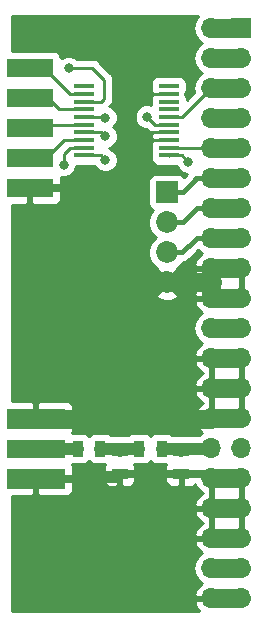
<source format=gtl>
G04 #@! TF.GenerationSoftware,KiCad,Pcbnew,5.0.2-bee76a0~70~ubuntu16.04.1*
G04 #@! TF.CreationDate,2019-12-01T18:04:24-08:00*
G04 #@! TF.ProjectId,io_jumper,696f5f6a-756d-4706-9572-2e6b69636164,1.0*
G04 #@! TF.SameCoordinates,PX7471920PY2d4cae0*
G04 #@! TF.FileFunction,Copper,L1,Top*
G04 #@! TF.FilePolarity,Positive*
%FSLAX46Y46*%
G04 Gerber Fmt 4.6, Leading zero omitted, Abs format (unit mm)*
G04 Created by KiCad (PCBNEW 5.0.2-bee76a0~70~ubuntu16.04.1) date Sun 01 Dec 2019 06:04:24 PM PST*
%MOMM*%
%LPD*%
G01*
G04 APERTURE LIST*
G04 #@! TA.AperFunction,ComponentPad*
%ADD10R,1.700000X1.700000*%
G04 #@! TD*
G04 #@! TA.AperFunction,ComponentPad*
%ADD11O,1.700000X1.700000*%
G04 #@! TD*
G04 #@! TA.AperFunction,SMDPad,CuDef*
%ADD12R,4.000000X1.600000*%
G04 #@! TD*
G04 #@! TA.AperFunction,SMDPad,CuDef*
%ADD13R,1.750000X0.450000*%
G04 #@! TD*
G04 #@! TA.AperFunction,SMDPad,CuDef*
%ADD14R,0.889000X1.397000*%
G04 #@! TD*
G04 #@! TA.AperFunction,SMDPad,CuDef*
%ADD15R,1.397000X0.889000*%
G04 #@! TD*
G04 #@! TA.AperFunction,SMDPad,CuDef*
%ADD16R,5.000000X1.600000*%
G04 #@! TD*
G04 #@! TA.AperFunction,SMDPad,CuDef*
%ADD17R,5.000000X1.700000*%
G04 #@! TD*
G04 #@! TA.AperFunction,ComponentPad*
%ADD18R,1.850000X1.850000*%
G04 #@! TD*
G04 #@! TA.AperFunction,ComponentPad*
%ADD19C,1.850000*%
G04 #@! TD*
G04 #@! TA.AperFunction,ViaPad*
%ADD20C,0.800000*%
G04 #@! TD*
G04 #@! TA.AperFunction,Conductor*
%ADD21C,0.250000*%
G04 #@! TD*
G04 #@! TA.AperFunction,Conductor*
%ADD22C,1.600000*%
G04 #@! TD*
G04 #@! TA.AperFunction,Conductor*
%ADD23C,0.400000*%
G04 #@! TD*
G04 #@! TA.AperFunction,Conductor*
%ADD24C,0.700000*%
G04 #@! TD*
G04 #@! TA.AperFunction,Conductor*
%ADD25C,1.000000*%
G04 #@! TD*
G04 #@! TA.AperFunction,Conductor*
%ADD26C,0.254000*%
G04 #@! TD*
G04 APERTURE END LIST*
D10*
G04 #@! TO.P,P1,1*
G04 #@! TO.N,Net-(P1-Pad1)*
X20100000Y-1700000D03*
D11*
G04 #@! TO.P,P1,2*
X17560000Y-1700000D03*
G04 #@! TO.P,P1,3*
G04 #@! TO.N,Net-(P1-Pad3)*
X20100000Y-4240000D03*
G04 #@! TO.P,P1,4*
X17560000Y-4240000D03*
G04 #@! TO.P,P1,5*
G04 #@! TO.N,VCC*
X20100000Y-6780000D03*
G04 #@! TO.P,P1,6*
X17560000Y-6780000D03*
G04 #@! TO.P,P1,7*
G04 #@! TO.N,Net-(P1-Pad7)*
X20100000Y-9320000D03*
G04 #@! TO.P,P1,8*
X17560000Y-9320000D03*
G04 #@! TO.P,P1,9*
G04 #@! TO.N,Net-(P1-Pad10)*
X20100000Y-11860000D03*
G04 #@! TO.P,P1,10*
X17560000Y-11860000D03*
G04 #@! TO.P,P1,11*
G04 #@! TO.N,Net-(DB2-Pad1)*
X20100000Y-14400000D03*
G04 #@! TO.P,P1,12*
X17560000Y-14400000D03*
G04 #@! TO.P,P1,13*
G04 #@! TO.N,Net-(DB2-Pad2)*
X20100000Y-16940000D03*
G04 #@! TO.P,P1,14*
X17560000Y-16940000D03*
G04 #@! TO.P,P1,15*
G04 #@! TO.N,Net-(DB2-Pad3)*
X20100000Y-19480000D03*
G04 #@! TO.P,P1,16*
X17560000Y-19480000D03*
G04 #@! TO.P,P1,17*
G04 #@! TO.N,GNDS*
X20100000Y-22020000D03*
G04 #@! TO.P,P1,18*
X17560000Y-22020000D03*
G04 #@! TO.P,P1,19*
X20100000Y-24560000D03*
G04 #@! TO.P,P1,20*
X17560000Y-24560000D03*
G04 #@! TO.P,P1,21*
G04 #@! TO.N,Net-(P1-Pad21)*
X20100000Y-27100000D03*
G04 #@! TO.P,P1,22*
X17560000Y-27100000D03*
G04 #@! TO.P,P1,23*
G04 #@! TO.N,GNDS*
X20100000Y-29640000D03*
G04 #@! TO.P,P1,24*
X17560000Y-29640000D03*
G04 #@! TO.P,P1,25*
X20100000Y-32180000D03*
G04 #@! TO.P,P1,26*
X17560000Y-32180000D03*
G04 #@! TO.P,P1,27*
X20100000Y-34720000D03*
G04 #@! TO.P,P1,28*
X17560000Y-34720000D03*
G04 #@! TO.P,P1,29*
G04 #@! TO.N,Net-(P1-Pad29)*
X20100000Y-37260000D03*
G04 #@! TO.P,P1,30*
G04 #@! TO.N,Net-(P1-Pad30)*
X17560000Y-37260000D03*
G04 #@! TO.P,P1,31*
G04 #@! TO.N,GNDS*
X20100000Y-39800000D03*
G04 #@! TO.P,P1,32*
X17560000Y-39800000D03*
G04 #@! TO.P,P1,33*
X20100000Y-42340000D03*
G04 #@! TO.P,P1,34*
X17560000Y-42340000D03*
G04 #@! TO.P,P1,35*
X20100000Y-44880000D03*
G04 #@! TO.P,P1,36*
X17560000Y-44880000D03*
G04 #@! TO.P,P1,37*
G04 #@! TO.N,Net-(P1-Pad37)*
X20100000Y-47420000D03*
G04 #@! TO.P,P1,38*
X17560000Y-47420000D03*
G04 #@! TO.P,P1,39*
G04 #@! TO.N,GNDS*
X20100000Y-49960000D03*
G04 #@! TO.P,P1,40*
X17560000Y-49960000D03*
G04 #@! TD*
D12*
G04 #@! TO.P,DB1,1*
G04 #@! TO.N,Net-(DB1-Pad1)*
X2189539Y-5071021D03*
G04 #@! TO.P,DB1,3*
G04 #@! TO.N,Net-(DB1-Pad3)*
X2189539Y-7611021D03*
G04 #@! TO.P,DB1,5*
G04 #@! TO.N,Net-(DB1-Pad5)*
X2189539Y-10151021D03*
G04 #@! TO.P,DB1,7*
G04 #@! TO.N,Net-(DB1-Pad7)*
X2189539Y-12691021D03*
G04 #@! TO.P,DB1,9*
G04 #@! TO.N,GNDS*
X2189539Y-15231021D03*
G04 #@! TD*
D13*
G04 #@! TO.P,U1,1*
G04 #@! TO.N,Net-(P1-Pad7)*
X13954538Y-12471020D03*
G04 #@! TO.P,U1,2*
G04 #@! TO.N,Net-(P1-Pad10)*
X13954538Y-11821020D03*
G04 #@! TO.P,U1,3*
G04 #@! TO.N,GNDS*
X13954538Y-11171020D03*
G04 #@! TO.P,U1,4*
X13954538Y-10521020D03*
G04 #@! TO.P,U1,5*
G04 #@! TO.N,Net-(J1-Pad1)*
X13954538Y-9871020D03*
G04 #@! TO.P,U1,6*
G04 #@! TO.N,VCC*
X13954538Y-9221020D03*
G04 #@! TO.P,U1,7*
G04 #@! TO.N,Net-(U1-Pad7)*
X13954538Y-8571020D03*
G04 #@! TO.P,U1,8*
G04 #@! TO.N,Net-(U1-Pad8)*
X13954538Y-7921020D03*
G04 #@! TO.P,U1,9*
G04 #@! TO.N,GNDS*
X13954538Y-7271020D03*
G04 #@! TO.P,U1,10*
G04 #@! TO.N,Net-(U1-Pad10)*
X13954538Y-6621020D03*
G04 #@! TO.P,U1,11*
G04 #@! TO.N,Net-(U1-Pad11)*
X6754538Y-6621020D03*
G04 #@! TO.P,U1,12*
G04 #@! TO.N,Net-(DB1-Pad1)*
X6754538Y-7271020D03*
G04 #@! TO.P,U1,13*
G04 #@! TO.N,Net-(DB1-Pad2)*
X6754538Y-7921020D03*
G04 #@! TO.P,U1,14*
G04 #@! TO.N,Net-(DB1-Pad3)*
X6754538Y-8571020D03*
G04 #@! TO.P,U1,15*
G04 #@! TO.N,Net-(DB1-Pad4)*
X6754538Y-9221020D03*
G04 #@! TO.P,U1,16*
G04 #@! TO.N,Net-(DB1-Pad5)*
X6754538Y-9871020D03*
G04 #@! TO.P,U1,17*
G04 #@! TO.N,Net-(DB1-Pad6)*
X6754538Y-10521020D03*
G04 #@! TO.P,U1,18*
G04 #@! TO.N,Net-(DB1-Pad7)*
X6754538Y-11171020D03*
G04 #@! TO.P,U1,19*
G04 #@! TO.N,Net-(DB1-Pad8)*
X6754538Y-11821020D03*
G04 #@! TO.P,U1,20*
G04 #@! TO.N,VCC*
X6754538Y-12471020D03*
G04 #@! TD*
D14*
G04 #@! TO.P,R1,2*
G04 #@! TO.N,Net-(R1-Pad2)*
X6247500Y-37300000D03*
G04 #@! TO.P,R1,1*
G04 #@! TO.N,Net-(R1-Pad1)*
X8152500Y-37300000D03*
G04 #@! TD*
D15*
G04 #@! TO.P,R2,1*
G04 #@! TO.N,Net-(R1-Pad1)*
X9800000Y-37547500D03*
G04 #@! TO.P,R2,2*
G04 #@! TO.N,GNDS*
X9800000Y-39452500D03*
G04 #@! TD*
D14*
G04 #@! TO.P,R3,1*
G04 #@! TO.N,Net-(P1-Pad30)*
X13352500Y-37300000D03*
G04 #@! TO.P,R3,2*
G04 #@! TO.N,Net-(R1-Pad1)*
X11447500Y-37300000D03*
G04 #@! TD*
D15*
G04 #@! TO.P,R4,2*
G04 #@! TO.N,GNDS*
X15000000Y-39452500D03*
G04 #@! TO.P,R4,1*
G04 #@! TO.N,Net-(P1-Pad30)*
X15000000Y-37547500D03*
G04 #@! TD*
D16*
G04 #@! TO.P,RF3,1*
G04 #@! TO.N,Net-(R1-Pad2)*
X2700000Y-37300000D03*
D17*
G04 #@! TO.P,RF3,2*
G04 #@! TO.N,GNDS*
X2700000Y-39840000D03*
X2700000Y-34760000D03*
G04 #@! TD*
D18*
G04 #@! TO.P,DB2,1*
G04 #@! TO.N,Net-(DB2-Pad1)*
X13800000Y-15600000D03*
D19*
G04 #@! TO.P,DB2,2*
G04 #@! TO.N,Net-(DB2-Pad2)*
X13800000Y-18140000D03*
G04 #@! TO.P,DB2,3*
G04 #@! TO.N,Net-(DB2-Pad3)*
X13800000Y-20680000D03*
G04 #@! TO.P,DB2,4*
G04 #@! TO.N,GNDS*
X13800000Y-23220000D03*
G04 #@! TD*
D20*
G04 #@! TO.N,VCC*
X8589539Y-12871021D03*
G04 #@! TO.N,GNDS*
X11700000Y-10800000D03*
X11700000Y-15400000D03*
G04 #@! TO.N,Net-(J1-Pad1)*
X12100000Y-9200000D03*
G04 #@! TO.N,Net-(DB1-Pad2)*
X5489539Y-5071021D03*
G04 #@! TO.N,Net-(DB1-Pad4)*
X8589539Y-9271021D03*
G04 #@! TO.N,Net-(DB1-Pad6)*
X8589539Y-10871021D03*
G04 #@! TO.N,Net-(DB1-Pad8)*
X5089539Y-13271021D03*
G04 #@! TO.N,Net-(P1-Pad7)*
X15600000Y-13000000D03*
G04 #@! TD*
D21*
G04 #@! TO.N,VCC*
X8189538Y-12471020D02*
X8589539Y-12871021D01*
X6754538Y-12471020D02*
X8189538Y-12471020D01*
X15118980Y-9221020D02*
X17560000Y-6780000D01*
X13954538Y-9221020D02*
X15118980Y-9221020D01*
D22*
X17560000Y-6780000D02*
X20100000Y-6780000D01*
G04 #@! TO.N,GNDS*
X20100000Y-22020000D02*
X17560000Y-22020000D01*
D21*
X13954538Y-7271020D02*
X10471020Y-7271020D01*
X10428980Y-11171020D02*
X10400000Y-11200000D01*
D23*
X11700000Y-10800000D02*
X11134315Y-10800000D01*
X11134315Y-10800000D02*
X10500000Y-10800000D01*
D24*
X11700000Y-10800000D02*
X10400000Y-10800000D01*
D21*
X13954538Y-10521020D02*
X11978980Y-10521020D01*
X11978980Y-10521020D02*
X11700000Y-10800000D01*
X13954538Y-11171020D02*
X12071020Y-11171020D01*
X12071020Y-11171020D02*
X11700000Y-10800000D01*
D24*
X2189539Y-15231021D02*
X10331021Y-15231021D01*
X10331021Y-15231021D02*
X10500000Y-15400000D01*
X11700000Y-15400000D02*
X11134315Y-15400000D01*
X11134315Y-15400000D02*
X10600000Y-15400000D01*
D22*
X17560000Y-49960000D02*
X20100000Y-49960000D01*
X17560000Y-44880000D02*
X20100000Y-44880000D01*
X17560000Y-42340000D02*
X20100000Y-42340000D01*
X17560000Y-39800000D02*
X20100000Y-39800000D01*
X17560000Y-34720000D02*
X20100000Y-34720000D01*
X17560000Y-32180000D02*
X20100000Y-32180000D01*
X17560000Y-29640000D02*
X20100000Y-29640000D01*
X17560000Y-24560000D02*
X20100000Y-24560000D01*
X17520000Y-34760000D02*
X17560000Y-34720000D01*
X2700000Y-34760000D02*
X17520000Y-34760000D01*
X4350000Y-39840000D02*
X2700000Y-39840000D01*
D24*
X9412500Y-39840000D02*
X9800000Y-39452500D01*
X2700000Y-39840000D02*
X9412500Y-39840000D01*
X9800000Y-39452500D02*
X15000000Y-39452500D01*
X17212500Y-39452500D02*
X17560000Y-39800000D01*
X15000000Y-39452500D02*
X17212500Y-39452500D01*
D22*
X11520000Y-23220000D02*
X13800000Y-23220000D01*
X10400000Y-22100000D02*
X11520000Y-23220000D01*
X10400000Y-7200000D02*
X10400000Y-22100000D01*
X13800000Y-23220000D02*
X17580000Y-23220000D01*
X17560000Y-23200000D02*
X17560000Y-22020000D01*
X17580000Y-23220000D02*
X17560000Y-23200000D01*
X17560000Y-23357919D02*
X17402081Y-23200000D01*
X17560000Y-24560000D02*
X17560000Y-23357919D01*
X17402081Y-23200000D02*
X17400000Y-23200000D01*
D21*
G04 #@! TO.N,Net-(J1-Pad1)*
X12771020Y-9871020D02*
X12100000Y-9200000D01*
X13954538Y-9871020D02*
X12771020Y-9871020D01*
G04 #@! TO.N,Net-(DB1-Pad1)*
X5589538Y-7271020D02*
X3389539Y-5071021D01*
X6754538Y-7271020D02*
X5589538Y-7271020D01*
X3389539Y-5071021D02*
X2089539Y-5071021D01*
G04 #@! TO.N,Net-(DB1-Pad3)*
X6754538Y-8571020D02*
X5629537Y-8571021D01*
X5629537Y-8571021D02*
X4689539Y-8571021D01*
X4689539Y-8571021D02*
X3789539Y-7671021D01*
X3789539Y-7671021D02*
X2189539Y-7671021D01*
G04 #@! TO.N,Net-(DB1-Pad5)*
X6754538Y-9871020D02*
X2489540Y-9871020D01*
X2489540Y-9871020D02*
X2189539Y-10171021D01*
G04 #@! TO.N,Net-(DB1-Pad7)*
X6754538Y-11171020D02*
X5629537Y-11171021D01*
X5629537Y-11171021D02*
X5089539Y-11171021D01*
X5089539Y-11171021D02*
X3589539Y-12671021D01*
X3589539Y-12671021D02*
X2189539Y-12671021D01*
G04 #@! TO.N,Net-(DB1-Pad2)*
X6754538Y-7921020D02*
X8239540Y-7921020D01*
X8239540Y-7921020D02*
X8489539Y-7671021D01*
X8489539Y-7671021D02*
X8489539Y-6171021D01*
X8489539Y-6171021D02*
X8489539Y-6071021D01*
X8489539Y-6071021D02*
X7489539Y-5071021D01*
X7489539Y-5071021D02*
X5489539Y-5071021D01*
G04 #@! TO.N,Net-(DB1-Pad4)*
X8539538Y-9221020D02*
X8589539Y-9271021D01*
X6754538Y-9221020D02*
X8539538Y-9221020D01*
G04 #@! TO.N,Net-(DB1-Pad6)*
X8239538Y-10521020D02*
X8589539Y-10871021D01*
X6754538Y-10521020D02*
X8239538Y-10521020D01*
G04 #@! TO.N,Net-(DB1-Pad8)*
X5089539Y-12361019D02*
X5089539Y-13271021D01*
X5629538Y-11821020D02*
X5089539Y-12361019D01*
X6754538Y-11821020D02*
X5629538Y-11821020D01*
D25*
G04 #@! TO.N,Net-(R1-Pad2)*
X2700000Y-37300000D02*
X6247500Y-37300000D01*
G04 #@! TO.N,Net-(R1-Pad1)*
X8152500Y-37300000D02*
X9800000Y-37300000D01*
X9800000Y-37300000D02*
X9800000Y-37547500D01*
X9800000Y-37300000D02*
X11447500Y-37300000D01*
G04 #@! TO.N,Net-(P1-Pad30)*
X17520000Y-37300000D02*
X17560000Y-37260000D01*
X15000000Y-37300000D02*
X15000000Y-37547500D01*
X13352500Y-37300000D02*
X15000000Y-37300000D01*
X15000000Y-37300000D02*
X17520000Y-37300000D01*
D21*
G04 #@! TO.N,Net-(P1-Pad7)*
X14014539Y-12531021D02*
X13954538Y-12471020D01*
X15071020Y-12471020D02*
X15600000Y-13000000D01*
X13954538Y-12471020D02*
X15071020Y-12471020D01*
D22*
X17560000Y-9320000D02*
X20100000Y-9320000D01*
D21*
G04 #@! TO.N,Net-(P1-Pad10)*
X17521020Y-11821020D02*
X17560000Y-11860000D01*
X13954538Y-11821020D02*
X17521020Y-11821020D01*
D22*
X17560000Y-11860000D02*
X20100000Y-11860000D01*
G04 #@! TO.N,Net-(P1-Pad1)*
X17560000Y-1700000D02*
X20100000Y-1700000D01*
G04 #@! TO.N,Net-(P1-Pad3)*
X17560000Y-4240000D02*
X20100000Y-4240000D01*
G04 #@! TO.N,Net-(DB2-Pad1)*
X17560000Y-14400000D02*
X20100000Y-14400000D01*
G04 #@! TO.N,Net-(DB2-Pad2)*
X17560000Y-16940000D02*
X20100000Y-16940000D01*
G04 #@! TO.N,Net-(DB2-Pad3)*
X17560000Y-19480000D02*
X20100000Y-19480000D01*
G04 #@! TO.N,Net-(P1-Pad21)*
X17560000Y-27100000D02*
X20100000Y-27100000D01*
G04 #@! TO.N,Net-(P1-Pad37)*
X17560000Y-47420000D02*
X20100000Y-47420000D01*
D23*
G04 #@! TO.N,Net-(DB2-Pad1)*
X15125000Y-15600000D02*
X16200000Y-14525000D01*
X13800000Y-15600000D02*
X15125000Y-15600000D01*
X16200000Y-14525000D02*
X16200000Y-14500000D01*
X16300000Y-14400000D02*
X17560000Y-14400000D01*
X16200000Y-14500000D02*
X16300000Y-14400000D01*
G04 #@! TO.N,Net-(DB2-Pad2)*
X13800000Y-18140000D02*
X15160000Y-18140000D01*
X15160000Y-18140000D02*
X16200000Y-17100000D01*
X16357919Y-16940000D02*
X17560000Y-16940000D01*
X16200000Y-17097919D02*
X16357919Y-16940000D01*
X16200000Y-17100000D02*
X16200000Y-17097919D01*
G04 #@! TO.N,Net-(DB2-Pad3)*
X15108147Y-20680000D02*
X16188147Y-19600000D01*
X13800000Y-20680000D02*
X15108147Y-20680000D01*
X16188147Y-19600000D02*
X16200000Y-19600000D01*
X16320000Y-19480000D02*
X17560000Y-19480000D01*
X16200000Y-19600000D02*
X16320000Y-19480000D01*
G04 #@! TD*
D26*
G04 #@! TO.N,GNDS*
G36*
X12450191Y-38456309D02*
X12660235Y-38596657D01*
X12908000Y-38645940D01*
X13765535Y-38645940D01*
X13763173Y-38648302D01*
X13666500Y-38881691D01*
X13666500Y-39166750D01*
X13825250Y-39325500D01*
X14873000Y-39325500D01*
X14873000Y-39305500D01*
X15127000Y-39305500D01*
X15127000Y-39325500D01*
X15147000Y-39325500D01*
X15147000Y-39579500D01*
X15127000Y-39579500D01*
X15127000Y-40373250D01*
X15285750Y-40532000D01*
X15824810Y-40532000D01*
X16058199Y-40435327D01*
X16182404Y-40311121D01*
X16288355Y-40566924D01*
X16678642Y-40995183D01*
X16837954Y-41070000D01*
X16678642Y-41144817D01*
X16288355Y-41573076D01*
X16118524Y-41983110D01*
X16239845Y-42213000D01*
X17433000Y-42213000D01*
X17433000Y-39927000D01*
X17687000Y-39927000D01*
X17687000Y-42213000D01*
X19973000Y-42213000D01*
X19973000Y-39927000D01*
X17687000Y-39927000D01*
X17433000Y-39927000D01*
X17413000Y-39927000D01*
X17413000Y-39673000D01*
X17433000Y-39673000D01*
X17433000Y-39653000D01*
X17687000Y-39653000D01*
X17687000Y-39673000D01*
X19973000Y-39673000D01*
X19973000Y-39653000D01*
X20227000Y-39653000D01*
X20227000Y-39673000D01*
X20247000Y-39673000D01*
X20247000Y-39927000D01*
X20227000Y-39927000D01*
X20227000Y-42213000D01*
X20247000Y-42213000D01*
X20247000Y-42467000D01*
X20227000Y-42467000D01*
X20227000Y-44753000D01*
X20247000Y-44753000D01*
X20247000Y-45007000D01*
X20227000Y-45007000D01*
X20227000Y-45027000D01*
X19973000Y-45027000D01*
X19973000Y-45007000D01*
X17687000Y-45007000D01*
X17687000Y-45027000D01*
X17433000Y-45027000D01*
X17433000Y-45007000D01*
X16239845Y-45007000D01*
X16118524Y-45236890D01*
X16288355Y-45646924D01*
X16678642Y-46075183D01*
X16808478Y-46136157D01*
X16489375Y-46349375D01*
X16161161Y-46840582D01*
X16045908Y-47420000D01*
X16161161Y-47999418D01*
X16489375Y-48490625D01*
X16808478Y-48703843D01*
X16678642Y-48764817D01*
X16288355Y-49193076D01*
X16118524Y-49603110D01*
X16239845Y-49833000D01*
X17433000Y-49833000D01*
X17433000Y-49813000D01*
X17687000Y-49813000D01*
X17687000Y-49833000D01*
X19973000Y-49833000D01*
X19973000Y-49813000D01*
X20227000Y-49813000D01*
X20227000Y-49833000D01*
X20247000Y-49833000D01*
X20247000Y-50087000D01*
X20227000Y-50087000D01*
X20227000Y-50107000D01*
X19973000Y-50107000D01*
X19973000Y-50087000D01*
X17687000Y-50087000D01*
X17687000Y-50107000D01*
X17433000Y-50107000D01*
X17433000Y-50087000D01*
X16239845Y-50087000D01*
X16118524Y-50316890D01*
X16288355Y-50726924D01*
X16550888Y-51015000D01*
X685000Y-51015000D01*
X685000Y-42696890D01*
X16118524Y-42696890D01*
X16288355Y-43106924D01*
X16678642Y-43535183D01*
X16837954Y-43610000D01*
X16678642Y-43684817D01*
X16288355Y-44113076D01*
X16118524Y-44523110D01*
X16239845Y-44753000D01*
X17433000Y-44753000D01*
X17433000Y-42467000D01*
X17687000Y-42467000D01*
X17687000Y-44753000D01*
X19973000Y-44753000D01*
X19973000Y-42467000D01*
X17687000Y-42467000D01*
X17433000Y-42467000D01*
X16239845Y-42467000D01*
X16118524Y-42696890D01*
X685000Y-42696890D01*
X685000Y-41325000D01*
X2414250Y-41325000D01*
X2573000Y-41166250D01*
X2573000Y-39967000D01*
X2827000Y-39967000D01*
X2827000Y-41166250D01*
X2985750Y-41325000D01*
X5326310Y-41325000D01*
X5559699Y-41228327D01*
X5738327Y-41049698D01*
X5835000Y-40816309D01*
X5835000Y-40125750D01*
X5676250Y-39967000D01*
X2827000Y-39967000D01*
X2573000Y-39967000D01*
X2553000Y-39967000D01*
X2553000Y-39738250D01*
X8466500Y-39738250D01*
X8466500Y-40023309D01*
X8563173Y-40256698D01*
X8741801Y-40435327D01*
X8975190Y-40532000D01*
X9514250Y-40532000D01*
X9673000Y-40373250D01*
X9673000Y-39579500D01*
X9927000Y-39579500D01*
X9927000Y-40373250D01*
X10085750Y-40532000D01*
X10624810Y-40532000D01*
X10858199Y-40435327D01*
X11036827Y-40256698D01*
X11133500Y-40023309D01*
X11133500Y-39738250D01*
X13666500Y-39738250D01*
X13666500Y-40023309D01*
X13763173Y-40256698D01*
X13941801Y-40435327D01*
X14175190Y-40532000D01*
X14714250Y-40532000D01*
X14873000Y-40373250D01*
X14873000Y-39579500D01*
X13825250Y-39579500D01*
X13666500Y-39738250D01*
X11133500Y-39738250D01*
X10974750Y-39579500D01*
X9927000Y-39579500D01*
X9673000Y-39579500D01*
X8625250Y-39579500D01*
X8466500Y-39738250D01*
X2553000Y-39738250D01*
X2553000Y-39713000D01*
X2573000Y-39713000D01*
X2573000Y-39693000D01*
X2827000Y-39693000D01*
X2827000Y-39713000D01*
X5676250Y-39713000D01*
X5835000Y-39554250D01*
X5835000Y-38863691D01*
X5739579Y-38633325D01*
X5803000Y-38645940D01*
X6692000Y-38645940D01*
X6939765Y-38596657D01*
X7149809Y-38456309D01*
X7200000Y-38381193D01*
X7250191Y-38456309D01*
X7460235Y-38596657D01*
X7708000Y-38645940D01*
X8565535Y-38645940D01*
X8563173Y-38648302D01*
X8466500Y-38881691D01*
X8466500Y-39166750D01*
X8625250Y-39325500D01*
X9673000Y-39325500D01*
X9673000Y-39305500D01*
X9927000Y-39305500D01*
X9927000Y-39325500D01*
X10974750Y-39325500D01*
X11133500Y-39166750D01*
X11133500Y-38881691D01*
X11036827Y-38648302D01*
X11034465Y-38645940D01*
X11892000Y-38645940D01*
X12139765Y-38596657D01*
X12349809Y-38456309D01*
X12400000Y-38381193D01*
X12450191Y-38456309D01*
X12450191Y-38456309D01*
G37*
X12450191Y-38456309D02*
X12660235Y-38596657D01*
X12908000Y-38645940D01*
X13765535Y-38645940D01*
X13763173Y-38648302D01*
X13666500Y-38881691D01*
X13666500Y-39166750D01*
X13825250Y-39325500D01*
X14873000Y-39325500D01*
X14873000Y-39305500D01*
X15127000Y-39305500D01*
X15127000Y-39325500D01*
X15147000Y-39325500D01*
X15147000Y-39579500D01*
X15127000Y-39579500D01*
X15127000Y-40373250D01*
X15285750Y-40532000D01*
X15824810Y-40532000D01*
X16058199Y-40435327D01*
X16182404Y-40311121D01*
X16288355Y-40566924D01*
X16678642Y-40995183D01*
X16837954Y-41070000D01*
X16678642Y-41144817D01*
X16288355Y-41573076D01*
X16118524Y-41983110D01*
X16239845Y-42213000D01*
X17433000Y-42213000D01*
X17433000Y-39927000D01*
X17687000Y-39927000D01*
X17687000Y-42213000D01*
X19973000Y-42213000D01*
X19973000Y-39927000D01*
X17687000Y-39927000D01*
X17433000Y-39927000D01*
X17413000Y-39927000D01*
X17413000Y-39673000D01*
X17433000Y-39673000D01*
X17433000Y-39653000D01*
X17687000Y-39653000D01*
X17687000Y-39673000D01*
X19973000Y-39673000D01*
X19973000Y-39653000D01*
X20227000Y-39653000D01*
X20227000Y-39673000D01*
X20247000Y-39673000D01*
X20247000Y-39927000D01*
X20227000Y-39927000D01*
X20227000Y-42213000D01*
X20247000Y-42213000D01*
X20247000Y-42467000D01*
X20227000Y-42467000D01*
X20227000Y-44753000D01*
X20247000Y-44753000D01*
X20247000Y-45007000D01*
X20227000Y-45007000D01*
X20227000Y-45027000D01*
X19973000Y-45027000D01*
X19973000Y-45007000D01*
X17687000Y-45007000D01*
X17687000Y-45027000D01*
X17433000Y-45027000D01*
X17433000Y-45007000D01*
X16239845Y-45007000D01*
X16118524Y-45236890D01*
X16288355Y-45646924D01*
X16678642Y-46075183D01*
X16808478Y-46136157D01*
X16489375Y-46349375D01*
X16161161Y-46840582D01*
X16045908Y-47420000D01*
X16161161Y-47999418D01*
X16489375Y-48490625D01*
X16808478Y-48703843D01*
X16678642Y-48764817D01*
X16288355Y-49193076D01*
X16118524Y-49603110D01*
X16239845Y-49833000D01*
X17433000Y-49833000D01*
X17433000Y-49813000D01*
X17687000Y-49813000D01*
X17687000Y-49833000D01*
X19973000Y-49833000D01*
X19973000Y-49813000D01*
X20227000Y-49813000D01*
X20227000Y-49833000D01*
X20247000Y-49833000D01*
X20247000Y-50087000D01*
X20227000Y-50087000D01*
X20227000Y-50107000D01*
X19973000Y-50107000D01*
X19973000Y-50087000D01*
X17687000Y-50087000D01*
X17687000Y-50107000D01*
X17433000Y-50107000D01*
X17433000Y-50087000D01*
X16239845Y-50087000D01*
X16118524Y-50316890D01*
X16288355Y-50726924D01*
X16550888Y-51015000D01*
X685000Y-51015000D01*
X685000Y-42696890D01*
X16118524Y-42696890D01*
X16288355Y-43106924D01*
X16678642Y-43535183D01*
X16837954Y-43610000D01*
X16678642Y-43684817D01*
X16288355Y-44113076D01*
X16118524Y-44523110D01*
X16239845Y-44753000D01*
X17433000Y-44753000D01*
X17433000Y-42467000D01*
X17687000Y-42467000D01*
X17687000Y-44753000D01*
X19973000Y-44753000D01*
X19973000Y-42467000D01*
X17687000Y-42467000D01*
X17433000Y-42467000D01*
X16239845Y-42467000D01*
X16118524Y-42696890D01*
X685000Y-42696890D01*
X685000Y-41325000D01*
X2414250Y-41325000D01*
X2573000Y-41166250D01*
X2573000Y-39967000D01*
X2827000Y-39967000D01*
X2827000Y-41166250D01*
X2985750Y-41325000D01*
X5326310Y-41325000D01*
X5559699Y-41228327D01*
X5738327Y-41049698D01*
X5835000Y-40816309D01*
X5835000Y-40125750D01*
X5676250Y-39967000D01*
X2827000Y-39967000D01*
X2573000Y-39967000D01*
X2553000Y-39967000D01*
X2553000Y-39738250D01*
X8466500Y-39738250D01*
X8466500Y-40023309D01*
X8563173Y-40256698D01*
X8741801Y-40435327D01*
X8975190Y-40532000D01*
X9514250Y-40532000D01*
X9673000Y-40373250D01*
X9673000Y-39579500D01*
X9927000Y-39579500D01*
X9927000Y-40373250D01*
X10085750Y-40532000D01*
X10624810Y-40532000D01*
X10858199Y-40435327D01*
X11036827Y-40256698D01*
X11133500Y-40023309D01*
X11133500Y-39738250D01*
X13666500Y-39738250D01*
X13666500Y-40023309D01*
X13763173Y-40256698D01*
X13941801Y-40435327D01*
X14175190Y-40532000D01*
X14714250Y-40532000D01*
X14873000Y-40373250D01*
X14873000Y-39579500D01*
X13825250Y-39579500D01*
X13666500Y-39738250D01*
X11133500Y-39738250D01*
X10974750Y-39579500D01*
X9927000Y-39579500D01*
X9673000Y-39579500D01*
X8625250Y-39579500D01*
X8466500Y-39738250D01*
X2553000Y-39738250D01*
X2553000Y-39713000D01*
X2573000Y-39713000D01*
X2573000Y-39693000D01*
X2827000Y-39693000D01*
X2827000Y-39713000D01*
X5676250Y-39713000D01*
X5835000Y-39554250D01*
X5835000Y-38863691D01*
X5739579Y-38633325D01*
X5803000Y-38645940D01*
X6692000Y-38645940D01*
X6939765Y-38596657D01*
X7149809Y-38456309D01*
X7200000Y-38381193D01*
X7250191Y-38456309D01*
X7460235Y-38596657D01*
X7708000Y-38645940D01*
X8565535Y-38645940D01*
X8563173Y-38648302D01*
X8466500Y-38881691D01*
X8466500Y-39166750D01*
X8625250Y-39325500D01*
X9673000Y-39325500D01*
X9673000Y-39305500D01*
X9927000Y-39305500D01*
X9927000Y-39325500D01*
X10974750Y-39325500D01*
X11133500Y-39166750D01*
X11133500Y-38881691D01*
X11036827Y-38648302D01*
X11034465Y-38645940D01*
X11892000Y-38645940D01*
X12139765Y-38596657D01*
X12349809Y-38456309D01*
X12400000Y-38381193D01*
X12450191Y-38456309D01*
G36*
X16161161Y-1120582D02*
X16045908Y-1700000D01*
X16161161Y-2279418D01*
X16489375Y-2770625D01*
X16787761Y-2970000D01*
X16489375Y-3169375D01*
X16161161Y-3660582D01*
X16045908Y-4240000D01*
X16161161Y-4819418D01*
X16489375Y-5310625D01*
X16787761Y-5510000D01*
X16489375Y-5709375D01*
X16161161Y-6200582D01*
X16045908Y-6780000D01*
X16118791Y-7146408D01*
X15476978Y-7788221D01*
X15476978Y-7696020D01*
X15463040Y-7625947D01*
X15464538Y-7622330D01*
X15464538Y-7542270D01*
X15441891Y-7519623D01*
X15427695Y-7448255D01*
X15309269Y-7271020D01*
X15427695Y-7093785D01*
X15441891Y-7022417D01*
X15464538Y-6999770D01*
X15464538Y-6919710D01*
X15463040Y-6916093D01*
X15476978Y-6846020D01*
X15476978Y-6396020D01*
X15427695Y-6148255D01*
X15287347Y-5938211D01*
X15077303Y-5797863D01*
X14829538Y-5748580D01*
X13079538Y-5748580D01*
X12831773Y-5797863D01*
X12621729Y-5938211D01*
X12481381Y-6148255D01*
X12432098Y-6396020D01*
X12432098Y-6846020D01*
X12446036Y-6916093D01*
X12444538Y-6919710D01*
X12444538Y-6999770D01*
X12467185Y-7022417D01*
X12481381Y-7093785D01*
X12599807Y-7271020D01*
X12481381Y-7448255D01*
X12467185Y-7519623D01*
X12444538Y-7542270D01*
X12444538Y-7622330D01*
X12446036Y-7625947D01*
X12432098Y-7696020D01*
X12432098Y-8146020D01*
X12447546Y-8223682D01*
X12305874Y-8165000D01*
X11894126Y-8165000D01*
X11513720Y-8322569D01*
X11222569Y-8613720D01*
X11065000Y-8994126D01*
X11065000Y-9405874D01*
X11222569Y-9786280D01*
X11513720Y-10077431D01*
X11894126Y-10235000D01*
X12060198Y-10235000D01*
X12180691Y-10355493D01*
X12223091Y-10418949D01*
X12444538Y-10566915D01*
X12444538Y-10648022D01*
X12515654Y-10648022D01*
X12463941Y-10772867D01*
X12444538Y-10792270D01*
X12444538Y-10899770D01*
X12463941Y-10919173D01*
X12541211Y-11105719D01*
X12602493Y-11167000D01*
X12481381Y-11348255D01*
X12467185Y-11419623D01*
X12444538Y-11442270D01*
X12444538Y-11522330D01*
X12446036Y-11525947D01*
X12432098Y-11596020D01*
X12432098Y-12046020D01*
X12451989Y-12146020D01*
X12432098Y-12246020D01*
X12432098Y-12696020D01*
X12481381Y-12943785D01*
X12621729Y-13153829D01*
X12831773Y-13294177D01*
X13079538Y-13343460D01*
X14621990Y-13343460D01*
X14722569Y-13586280D01*
X15013720Y-13877431D01*
X15394126Y-14035000D01*
X15506458Y-14035000D01*
X15501073Y-14043059D01*
X15240541Y-14303592D01*
X15182809Y-14217191D01*
X14972765Y-14076843D01*
X14725000Y-14027560D01*
X12875000Y-14027560D01*
X12627235Y-14076843D01*
X12417191Y-14217191D01*
X12276843Y-14427235D01*
X12227560Y-14675000D01*
X12227560Y-16525000D01*
X12276843Y-16772765D01*
X12417191Y-16982809D01*
X12617305Y-17116522D01*
X12477496Y-17256331D01*
X12240000Y-17829697D01*
X12240000Y-18450303D01*
X12477496Y-19023669D01*
X12863827Y-19410000D01*
X12477496Y-19796331D01*
X12240000Y-20369697D01*
X12240000Y-20990303D01*
X12477496Y-21563669D01*
X12916331Y-22002504D01*
X12921753Y-22004750D01*
X12881349Y-22121744D01*
X13800000Y-23040395D01*
X14718651Y-22121744D01*
X14678247Y-22004750D01*
X14683669Y-22002504D01*
X15122504Y-21563669D01*
X15138379Y-21525344D01*
X15190380Y-21515000D01*
X15190384Y-21515000D01*
X15433948Y-21466552D01*
X15710148Y-21282001D01*
X15756734Y-21212280D01*
X16460942Y-20508072D01*
X16489375Y-20550625D01*
X16808478Y-20763843D01*
X16678642Y-20824817D01*
X16288355Y-21253076D01*
X16118524Y-21663110D01*
X16239845Y-21893000D01*
X17433000Y-21893000D01*
X17433000Y-21873000D01*
X17687000Y-21873000D01*
X17687000Y-21893000D01*
X19973000Y-21893000D01*
X19973000Y-21873000D01*
X20227000Y-21873000D01*
X20227000Y-21893000D01*
X20247000Y-21893000D01*
X20247000Y-22147000D01*
X20227000Y-22147000D01*
X20227000Y-24433000D01*
X20247000Y-24433000D01*
X20247000Y-24687000D01*
X20227000Y-24687000D01*
X20227000Y-24707000D01*
X19973000Y-24707000D01*
X19973000Y-24687000D01*
X17687000Y-24687000D01*
X17687000Y-24707000D01*
X17433000Y-24707000D01*
X17433000Y-24687000D01*
X16239845Y-24687000D01*
X16118524Y-24916890D01*
X16288355Y-25326924D01*
X16678642Y-25755183D01*
X16808478Y-25816157D01*
X16489375Y-26029375D01*
X16161161Y-26520582D01*
X16045908Y-27100000D01*
X16161161Y-27679418D01*
X16489375Y-28170625D01*
X16808478Y-28383843D01*
X16678642Y-28444817D01*
X16288355Y-28873076D01*
X16118524Y-29283110D01*
X16239845Y-29513000D01*
X17433000Y-29513000D01*
X17433000Y-29493000D01*
X17687000Y-29493000D01*
X17687000Y-29513000D01*
X19973000Y-29513000D01*
X19973000Y-29493000D01*
X20227000Y-29493000D01*
X20227000Y-29513000D01*
X20247000Y-29513000D01*
X20247000Y-29767000D01*
X20227000Y-29767000D01*
X20227000Y-32053000D01*
X20247000Y-32053000D01*
X20247000Y-32307000D01*
X20227000Y-32307000D01*
X20227000Y-34593000D01*
X20247000Y-34593000D01*
X20247000Y-34847000D01*
X20227000Y-34847000D01*
X20227000Y-34867000D01*
X19973000Y-34867000D01*
X19973000Y-34847000D01*
X17687000Y-34847000D01*
X17687000Y-34867000D01*
X17433000Y-34867000D01*
X17433000Y-34847000D01*
X16239845Y-34847000D01*
X16118524Y-35076890D01*
X16288355Y-35486924D01*
X16678642Y-35915183D01*
X16808478Y-35976157D01*
X16525855Y-36165000D01*
X15111783Y-36165000D01*
X15000000Y-36142765D01*
X14888217Y-36165000D01*
X14269047Y-36165000D01*
X14254809Y-36143691D01*
X14044765Y-36003343D01*
X13797000Y-35954060D01*
X12908000Y-35954060D01*
X12660235Y-36003343D01*
X12450191Y-36143691D01*
X12400000Y-36218807D01*
X12349809Y-36143691D01*
X12139765Y-36003343D01*
X11892000Y-35954060D01*
X11003000Y-35954060D01*
X10755235Y-36003343D01*
X10545191Y-36143691D01*
X10530953Y-36165000D01*
X9911783Y-36165000D01*
X9800000Y-36142765D01*
X9688217Y-36165000D01*
X9069047Y-36165000D01*
X9054809Y-36143691D01*
X8844765Y-36003343D01*
X8597000Y-35954060D01*
X7708000Y-35954060D01*
X7460235Y-36003343D01*
X7250191Y-36143691D01*
X7200000Y-36218807D01*
X7149809Y-36143691D01*
X6939765Y-36003343D01*
X6692000Y-35954060D01*
X5803000Y-35954060D01*
X5739579Y-35966675D01*
X5835000Y-35736309D01*
X5835000Y-35045750D01*
X5676250Y-34887000D01*
X2827000Y-34887000D01*
X2827000Y-34907000D01*
X2573000Y-34907000D01*
X2573000Y-34887000D01*
X2553000Y-34887000D01*
X2553000Y-34633000D01*
X2573000Y-34633000D01*
X2573000Y-33433750D01*
X2827000Y-33433750D01*
X2827000Y-34633000D01*
X5676250Y-34633000D01*
X5835000Y-34474250D01*
X5835000Y-33783691D01*
X5738327Y-33550302D01*
X5559699Y-33371673D01*
X5326310Y-33275000D01*
X2985750Y-33275000D01*
X2827000Y-33433750D01*
X2573000Y-33433750D01*
X2414250Y-33275000D01*
X685000Y-33275000D01*
X685000Y-32536890D01*
X16118524Y-32536890D01*
X16288355Y-32946924D01*
X16678642Y-33375183D01*
X16837954Y-33450000D01*
X16678642Y-33524817D01*
X16288355Y-33953076D01*
X16118524Y-34363110D01*
X16239845Y-34593000D01*
X17433000Y-34593000D01*
X17433000Y-32307000D01*
X17687000Y-32307000D01*
X17687000Y-34593000D01*
X19973000Y-34593000D01*
X19973000Y-32307000D01*
X17687000Y-32307000D01*
X17433000Y-32307000D01*
X16239845Y-32307000D01*
X16118524Y-32536890D01*
X685000Y-32536890D01*
X685000Y-29996890D01*
X16118524Y-29996890D01*
X16288355Y-30406924D01*
X16678642Y-30835183D01*
X16837954Y-30910000D01*
X16678642Y-30984817D01*
X16288355Y-31413076D01*
X16118524Y-31823110D01*
X16239845Y-32053000D01*
X17433000Y-32053000D01*
X17433000Y-29767000D01*
X17687000Y-29767000D01*
X17687000Y-32053000D01*
X19973000Y-32053000D01*
X19973000Y-29767000D01*
X17687000Y-29767000D01*
X17433000Y-29767000D01*
X16239845Y-29767000D01*
X16118524Y-29996890D01*
X685000Y-29996890D01*
X685000Y-24318256D01*
X12881349Y-24318256D01*
X12970821Y-24577332D01*
X13553368Y-24791325D01*
X14173461Y-24766097D01*
X14629179Y-24577332D01*
X14718651Y-24318256D01*
X13800000Y-23399605D01*
X12881349Y-24318256D01*
X685000Y-24318256D01*
X685000Y-22973368D01*
X12228675Y-22973368D01*
X12253903Y-23593461D01*
X12442668Y-24049179D01*
X12701744Y-24138651D01*
X13620395Y-23220000D01*
X13979605Y-23220000D01*
X14898256Y-24138651D01*
X15157332Y-24049179D01*
X15371325Y-23466632D01*
X15346097Y-22846539D01*
X15157332Y-22390821D01*
X15116994Y-22376890D01*
X16118524Y-22376890D01*
X16288355Y-22786924D01*
X16678642Y-23215183D01*
X16837954Y-23290000D01*
X16678642Y-23364817D01*
X16288355Y-23793076D01*
X16118524Y-24203110D01*
X16239845Y-24433000D01*
X17433000Y-24433000D01*
X17433000Y-22147000D01*
X17687000Y-22147000D01*
X17687000Y-24433000D01*
X19973000Y-24433000D01*
X19973000Y-22147000D01*
X17687000Y-22147000D01*
X17433000Y-22147000D01*
X16239845Y-22147000D01*
X16118524Y-22376890D01*
X15116994Y-22376890D01*
X14898256Y-22301349D01*
X13979605Y-23220000D01*
X13620395Y-23220000D01*
X12701744Y-22301349D01*
X12442668Y-22390821D01*
X12228675Y-22973368D01*
X685000Y-22973368D01*
X685000Y-16666021D01*
X1903789Y-16666021D01*
X2062539Y-16507271D01*
X2062539Y-15358021D01*
X2316539Y-15358021D01*
X2316539Y-16507271D01*
X2475289Y-16666021D01*
X4315849Y-16666021D01*
X4549238Y-16569348D01*
X4727866Y-16390719D01*
X4824539Y-16157330D01*
X4824539Y-15516771D01*
X4665789Y-15358021D01*
X2316539Y-15358021D01*
X2062539Y-15358021D01*
X2042539Y-15358021D01*
X2042539Y-15104021D01*
X2062539Y-15104021D01*
X2062539Y-15084021D01*
X2316539Y-15084021D01*
X2316539Y-15104021D01*
X4665789Y-15104021D01*
X4824539Y-14945271D01*
X4824539Y-14304712D01*
X4812948Y-14276729D01*
X4883665Y-14306021D01*
X5295413Y-14306021D01*
X5675819Y-14148452D01*
X5966970Y-13857301D01*
X6124539Y-13476895D01*
X6124539Y-13343460D01*
X7629538Y-13343460D01*
X7662258Y-13336952D01*
X7712108Y-13457301D01*
X8003259Y-13748452D01*
X8383665Y-13906021D01*
X8795413Y-13906021D01*
X9175819Y-13748452D01*
X9466970Y-13457301D01*
X9624539Y-13076895D01*
X9624539Y-12665147D01*
X9466970Y-12284741D01*
X9175819Y-11993590D01*
X8879911Y-11871021D01*
X9175819Y-11748452D01*
X9466970Y-11457301D01*
X9624539Y-11076895D01*
X9624539Y-10665147D01*
X9466970Y-10284741D01*
X9253250Y-10071021D01*
X9466970Y-9857301D01*
X9624539Y-9476895D01*
X9624539Y-9065147D01*
X9466970Y-8684741D01*
X9175819Y-8393590D01*
X8939611Y-8295750D01*
X8974009Y-8261352D01*
X9037468Y-8218950D01*
X9205443Y-7967558D01*
X9249539Y-7745873D01*
X9249539Y-7745868D01*
X9264427Y-7671021D01*
X9249539Y-7596174D01*
X9249539Y-6145869D01*
X9264427Y-6071021D01*
X9249539Y-5996173D01*
X9249539Y-5996170D01*
X9210093Y-5797863D01*
X9205443Y-5774484D01*
X9079868Y-5586548D01*
X9037468Y-5523092D01*
X8974012Y-5480692D01*
X8079870Y-4586551D01*
X8037468Y-4523092D01*
X7786076Y-4355117D01*
X7564391Y-4311021D01*
X7564386Y-4311021D01*
X7489539Y-4296133D01*
X7414692Y-4311021D01*
X6193250Y-4311021D01*
X6075819Y-4193590D01*
X5695413Y-4036021D01*
X5283665Y-4036021D01*
X4903259Y-4193590D01*
X4835129Y-4261720D01*
X4787696Y-4023256D01*
X4647348Y-3813212D01*
X4437304Y-3672864D01*
X4189539Y-3623581D01*
X685000Y-3623581D01*
X685000Y-685000D01*
X16452208Y-685000D01*
X16161161Y-1120582D01*
X16161161Y-1120582D01*
G37*
X16161161Y-1120582D02*
X16045908Y-1700000D01*
X16161161Y-2279418D01*
X16489375Y-2770625D01*
X16787761Y-2970000D01*
X16489375Y-3169375D01*
X16161161Y-3660582D01*
X16045908Y-4240000D01*
X16161161Y-4819418D01*
X16489375Y-5310625D01*
X16787761Y-5510000D01*
X16489375Y-5709375D01*
X16161161Y-6200582D01*
X16045908Y-6780000D01*
X16118791Y-7146408D01*
X15476978Y-7788221D01*
X15476978Y-7696020D01*
X15463040Y-7625947D01*
X15464538Y-7622330D01*
X15464538Y-7542270D01*
X15441891Y-7519623D01*
X15427695Y-7448255D01*
X15309269Y-7271020D01*
X15427695Y-7093785D01*
X15441891Y-7022417D01*
X15464538Y-6999770D01*
X15464538Y-6919710D01*
X15463040Y-6916093D01*
X15476978Y-6846020D01*
X15476978Y-6396020D01*
X15427695Y-6148255D01*
X15287347Y-5938211D01*
X15077303Y-5797863D01*
X14829538Y-5748580D01*
X13079538Y-5748580D01*
X12831773Y-5797863D01*
X12621729Y-5938211D01*
X12481381Y-6148255D01*
X12432098Y-6396020D01*
X12432098Y-6846020D01*
X12446036Y-6916093D01*
X12444538Y-6919710D01*
X12444538Y-6999770D01*
X12467185Y-7022417D01*
X12481381Y-7093785D01*
X12599807Y-7271020D01*
X12481381Y-7448255D01*
X12467185Y-7519623D01*
X12444538Y-7542270D01*
X12444538Y-7622330D01*
X12446036Y-7625947D01*
X12432098Y-7696020D01*
X12432098Y-8146020D01*
X12447546Y-8223682D01*
X12305874Y-8165000D01*
X11894126Y-8165000D01*
X11513720Y-8322569D01*
X11222569Y-8613720D01*
X11065000Y-8994126D01*
X11065000Y-9405874D01*
X11222569Y-9786280D01*
X11513720Y-10077431D01*
X11894126Y-10235000D01*
X12060198Y-10235000D01*
X12180691Y-10355493D01*
X12223091Y-10418949D01*
X12444538Y-10566915D01*
X12444538Y-10648022D01*
X12515654Y-10648022D01*
X12463941Y-10772867D01*
X12444538Y-10792270D01*
X12444538Y-10899770D01*
X12463941Y-10919173D01*
X12541211Y-11105719D01*
X12602493Y-11167000D01*
X12481381Y-11348255D01*
X12467185Y-11419623D01*
X12444538Y-11442270D01*
X12444538Y-11522330D01*
X12446036Y-11525947D01*
X12432098Y-11596020D01*
X12432098Y-12046020D01*
X12451989Y-12146020D01*
X12432098Y-12246020D01*
X12432098Y-12696020D01*
X12481381Y-12943785D01*
X12621729Y-13153829D01*
X12831773Y-13294177D01*
X13079538Y-13343460D01*
X14621990Y-13343460D01*
X14722569Y-13586280D01*
X15013720Y-13877431D01*
X15394126Y-14035000D01*
X15506458Y-14035000D01*
X15501073Y-14043059D01*
X15240541Y-14303592D01*
X15182809Y-14217191D01*
X14972765Y-14076843D01*
X14725000Y-14027560D01*
X12875000Y-14027560D01*
X12627235Y-14076843D01*
X12417191Y-14217191D01*
X12276843Y-14427235D01*
X12227560Y-14675000D01*
X12227560Y-16525000D01*
X12276843Y-16772765D01*
X12417191Y-16982809D01*
X12617305Y-17116522D01*
X12477496Y-17256331D01*
X12240000Y-17829697D01*
X12240000Y-18450303D01*
X12477496Y-19023669D01*
X12863827Y-19410000D01*
X12477496Y-19796331D01*
X12240000Y-20369697D01*
X12240000Y-20990303D01*
X12477496Y-21563669D01*
X12916331Y-22002504D01*
X12921753Y-22004750D01*
X12881349Y-22121744D01*
X13800000Y-23040395D01*
X14718651Y-22121744D01*
X14678247Y-22004750D01*
X14683669Y-22002504D01*
X15122504Y-21563669D01*
X15138379Y-21525344D01*
X15190380Y-21515000D01*
X15190384Y-21515000D01*
X15433948Y-21466552D01*
X15710148Y-21282001D01*
X15756734Y-21212280D01*
X16460942Y-20508072D01*
X16489375Y-20550625D01*
X16808478Y-20763843D01*
X16678642Y-20824817D01*
X16288355Y-21253076D01*
X16118524Y-21663110D01*
X16239845Y-21893000D01*
X17433000Y-21893000D01*
X17433000Y-21873000D01*
X17687000Y-21873000D01*
X17687000Y-21893000D01*
X19973000Y-21893000D01*
X19973000Y-21873000D01*
X20227000Y-21873000D01*
X20227000Y-21893000D01*
X20247000Y-21893000D01*
X20247000Y-22147000D01*
X20227000Y-22147000D01*
X20227000Y-24433000D01*
X20247000Y-24433000D01*
X20247000Y-24687000D01*
X20227000Y-24687000D01*
X20227000Y-24707000D01*
X19973000Y-24707000D01*
X19973000Y-24687000D01*
X17687000Y-24687000D01*
X17687000Y-24707000D01*
X17433000Y-24707000D01*
X17433000Y-24687000D01*
X16239845Y-24687000D01*
X16118524Y-24916890D01*
X16288355Y-25326924D01*
X16678642Y-25755183D01*
X16808478Y-25816157D01*
X16489375Y-26029375D01*
X16161161Y-26520582D01*
X16045908Y-27100000D01*
X16161161Y-27679418D01*
X16489375Y-28170625D01*
X16808478Y-28383843D01*
X16678642Y-28444817D01*
X16288355Y-28873076D01*
X16118524Y-29283110D01*
X16239845Y-29513000D01*
X17433000Y-29513000D01*
X17433000Y-29493000D01*
X17687000Y-29493000D01*
X17687000Y-29513000D01*
X19973000Y-29513000D01*
X19973000Y-29493000D01*
X20227000Y-29493000D01*
X20227000Y-29513000D01*
X20247000Y-29513000D01*
X20247000Y-29767000D01*
X20227000Y-29767000D01*
X20227000Y-32053000D01*
X20247000Y-32053000D01*
X20247000Y-32307000D01*
X20227000Y-32307000D01*
X20227000Y-34593000D01*
X20247000Y-34593000D01*
X20247000Y-34847000D01*
X20227000Y-34847000D01*
X20227000Y-34867000D01*
X19973000Y-34867000D01*
X19973000Y-34847000D01*
X17687000Y-34847000D01*
X17687000Y-34867000D01*
X17433000Y-34867000D01*
X17433000Y-34847000D01*
X16239845Y-34847000D01*
X16118524Y-35076890D01*
X16288355Y-35486924D01*
X16678642Y-35915183D01*
X16808478Y-35976157D01*
X16525855Y-36165000D01*
X15111783Y-36165000D01*
X15000000Y-36142765D01*
X14888217Y-36165000D01*
X14269047Y-36165000D01*
X14254809Y-36143691D01*
X14044765Y-36003343D01*
X13797000Y-35954060D01*
X12908000Y-35954060D01*
X12660235Y-36003343D01*
X12450191Y-36143691D01*
X12400000Y-36218807D01*
X12349809Y-36143691D01*
X12139765Y-36003343D01*
X11892000Y-35954060D01*
X11003000Y-35954060D01*
X10755235Y-36003343D01*
X10545191Y-36143691D01*
X10530953Y-36165000D01*
X9911783Y-36165000D01*
X9800000Y-36142765D01*
X9688217Y-36165000D01*
X9069047Y-36165000D01*
X9054809Y-36143691D01*
X8844765Y-36003343D01*
X8597000Y-35954060D01*
X7708000Y-35954060D01*
X7460235Y-36003343D01*
X7250191Y-36143691D01*
X7200000Y-36218807D01*
X7149809Y-36143691D01*
X6939765Y-36003343D01*
X6692000Y-35954060D01*
X5803000Y-35954060D01*
X5739579Y-35966675D01*
X5835000Y-35736309D01*
X5835000Y-35045750D01*
X5676250Y-34887000D01*
X2827000Y-34887000D01*
X2827000Y-34907000D01*
X2573000Y-34907000D01*
X2573000Y-34887000D01*
X2553000Y-34887000D01*
X2553000Y-34633000D01*
X2573000Y-34633000D01*
X2573000Y-33433750D01*
X2827000Y-33433750D01*
X2827000Y-34633000D01*
X5676250Y-34633000D01*
X5835000Y-34474250D01*
X5835000Y-33783691D01*
X5738327Y-33550302D01*
X5559699Y-33371673D01*
X5326310Y-33275000D01*
X2985750Y-33275000D01*
X2827000Y-33433750D01*
X2573000Y-33433750D01*
X2414250Y-33275000D01*
X685000Y-33275000D01*
X685000Y-32536890D01*
X16118524Y-32536890D01*
X16288355Y-32946924D01*
X16678642Y-33375183D01*
X16837954Y-33450000D01*
X16678642Y-33524817D01*
X16288355Y-33953076D01*
X16118524Y-34363110D01*
X16239845Y-34593000D01*
X17433000Y-34593000D01*
X17433000Y-32307000D01*
X17687000Y-32307000D01*
X17687000Y-34593000D01*
X19973000Y-34593000D01*
X19973000Y-32307000D01*
X17687000Y-32307000D01*
X17433000Y-32307000D01*
X16239845Y-32307000D01*
X16118524Y-32536890D01*
X685000Y-32536890D01*
X685000Y-29996890D01*
X16118524Y-29996890D01*
X16288355Y-30406924D01*
X16678642Y-30835183D01*
X16837954Y-30910000D01*
X16678642Y-30984817D01*
X16288355Y-31413076D01*
X16118524Y-31823110D01*
X16239845Y-32053000D01*
X17433000Y-32053000D01*
X17433000Y-29767000D01*
X17687000Y-29767000D01*
X17687000Y-32053000D01*
X19973000Y-32053000D01*
X19973000Y-29767000D01*
X17687000Y-29767000D01*
X17433000Y-29767000D01*
X16239845Y-29767000D01*
X16118524Y-29996890D01*
X685000Y-29996890D01*
X685000Y-24318256D01*
X12881349Y-24318256D01*
X12970821Y-24577332D01*
X13553368Y-24791325D01*
X14173461Y-24766097D01*
X14629179Y-24577332D01*
X14718651Y-24318256D01*
X13800000Y-23399605D01*
X12881349Y-24318256D01*
X685000Y-24318256D01*
X685000Y-22973368D01*
X12228675Y-22973368D01*
X12253903Y-23593461D01*
X12442668Y-24049179D01*
X12701744Y-24138651D01*
X13620395Y-23220000D01*
X13979605Y-23220000D01*
X14898256Y-24138651D01*
X15157332Y-24049179D01*
X15371325Y-23466632D01*
X15346097Y-22846539D01*
X15157332Y-22390821D01*
X15116994Y-22376890D01*
X16118524Y-22376890D01*
X16288355Y-22786924D01*
X16678642Y-23215183D01*
X16837954Y-23290000D01*
X16678642Y-23364817D01*
X16288355Y-23793076D01*
X16118524Y-24203110D01*
X16239845Y-24433000D01*
X17433000Y-24433000D01*
X17433000Y-22147000D01*
X17687000Y-22147000D01*
X17687000Y-24433000D01*
X19973000Y-24433000D01*
X19973000Y-22147000D01*
X17687000Y-22147000D01*
X17433000Y-22147000D01*
X16239845Y-22147000D01*
X16118524Y-22376890D01*
X15116994Y-22376890D01*
X14898256Y-22301349D01*
X13979605Y-23220000D01*
X13620395Y-23220000D01*
X12701744Y-22301349D01*
X12442668Y-22390821D01*
X12228675Y-22973368D01*
X685000Y-22973368D01*
X685000Y-16666021D01*
X1903789Y-16666021D01*
X2062539Y-16507271D01*
X2062539Y-15358021D01*
X2316539Y-15358021D01*
X2316539Y-16507271D01*
X2475289Y-16666021D01*
X4315849Y-16666021D01*
X4549238Y-16569348D01*
X4727866Y-16390719D01*
X4824539Y-16157330D01*
X4824539Y-15516771D01*
X4665789Y-15358021D01*
X2316539Y-15358021D01*
X2062539Y-15358021D01*
X2042539Y-15358021D01*
X2042539Y-15104021D01*
X2062539Y-15104021D01*
X2062539Y-15084021D01*
X2316539Y-15084021D01*
X2316539Y-15104021D01*
X4665789Y-15104021D01*
X4824539Y-14945271D01*
X4824539Y-14304712D01*
X4812948Y-14276729D01*
X4883665Y-14306021D01*
X5295413Y-14306021D01*
X5675819Y-14148452D01*
X5966970Y-13857301D01*
X6124539Y-13476895D01*
X6124539Y-13343460D01*
X7629538Y-13343460D01*
X7662258Y-13336952D01*
X7712108Y-13457301D01*
X8003259Y-13748452D01*
X8383665Y-13906021D01*
X8795413Y-13906021D01*
X9175819Y-13748452D01*
X9466970Y-13457301D01*
X9624539Y-13076895D01*
X9624539Y-12665147D01*
X9466970Y-12284741D01*
X9175819Y-11993590D01*
X8879911Y-11871021D01*
X9175819Y-11748452D01*
X9466970Y-11457301D01*
X9624539Y-11076895D01*
X9624539Y-10665147D01*
X9466970Y-10284741D01*
X9253250Y-10071021D01*
X9466970Y-9857301D01*
X9624539Y-9476895D01*
X9624539Y-9065147D01*
X9466970Y-8684741D01*
X9175819Y-8393590D01*
X8939611Y-8295750D01*
X8974009Y-8261352D01*
X9037468Y-8218950D01*
X9205443Y-7967558D01*
X9249539Y-7745873D01*
X9249539Y-7745868D01*
X9264427Y-7671021D01*
X9249539Y-7596174D01*
X9249539Y-6145869D01*
X9264427Y-6071021D01*
X9249539Y-5996173D01*
X9249539Y-5996170D01*
X9210093Y-5797863D01*
X9205443Y-5774484D01*
X9079868Y-5586548D01*
X9037468Y-5523092D01*
X8974012Y-5480692D01*
X8079870Y-4586551D01*
X8037468Y-4523092D01*
X7786076Y-4355117D01*
X7564391Y-4311021D01*
X7564386Y-4311021D01*
X7489539Y-4296133D01*
X7414692Y-4311021D01*
X6193250Y-4311021D01*
X6075819Y-4193590D01*
X5695413Y-4036021D01*
X5283665Y-4036021D01*
X4903259Y-4193590D01*
X4835129Y-4261720D01*
X4787696Y-4023256D01*
X4647348Y-3813212D01*
X4437304Y-3672864D01*
X4189539Y-3623581D01*
X685000Y-3623581D01*
X685000Y-685000D01*
X16452208Y-685000D01*
X16161161Y-1120582D01*
G04 #@! TD*
M02*

</source>
